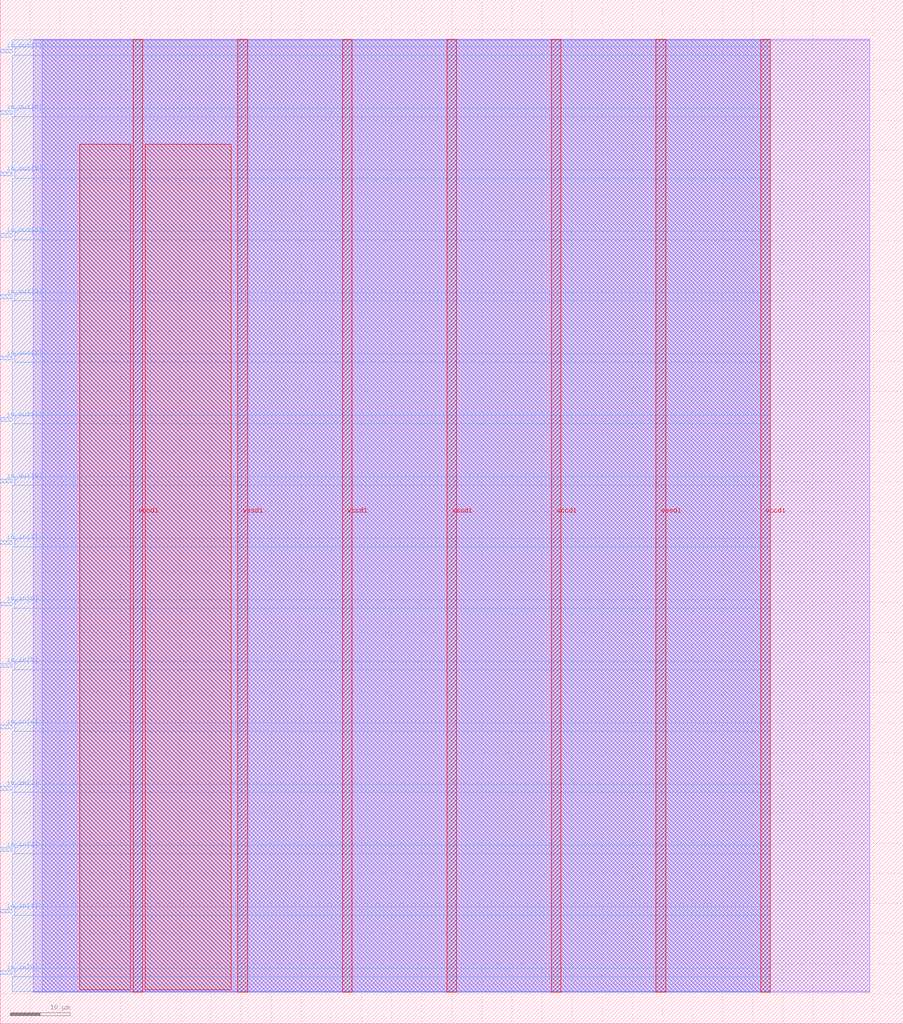
<source format=lef>
VERSION 5.7 ;
  NOWIREEXTENSIONATPIN ON ;
  DIVIDERCHAR "/" ;
  BUSBITCHARS "[]" ;
MACRO afoote_w5s8_tt02_top
  CLASS BLOCK ;
  FOREIGN afoote_w5s8_tt02_top ;
  ORIGIN 0.000 0.000 ;
  SIZE 150.000 BY 170.000 ;
  PIN io_in[0]
    DIRECTION INPUT ;
    USE SIGNAL ;
    PORT
      LAYER met3 ;
        RECT 0.000 8.200 2.000 8.800 ;
    END
  END io_in[0]
  PIN io_in[1]
    DIRECTION INPUT ;
    USE SIGNAL ;
    PORT
      LAYER met3 ;
        RECT 0.000 18.400 2.000 19.000 ;
    END
  END io_in[1]
  PIN io_in[2]
    DIRECTION INPUT ;
    USE SIGNAL ;
    PORT
      LAYER met3 ;
        RECT 0.000 28.600 2.000 29.200 ;
    END
  END io_in[2]
  PIN io_in[3]
    DIRECTION INPUT ;
    USE SIGNAL ;
    PORT
      LAYER met3 ;
        RECT 0.000 38.800 2.000 39.400 ;
    END
  END io_in[3]
  PIN io_in[4]
    DIRECTION INPUT ;
    USE SIGNAL ;
    PORT
      LAYER met3 ;
        RECT 0.000 49.000 2.000 49.600 ;
    END
  END io_in[4]
  PIN io_in[5]
    DIRECTION INPUT ;
    USE SIGNAL ;
    PORT
      LAYER met3 ;
        RECT 0.000 59.200 2.000 59.800 ;
    END
  END io_in[5]
  PIN io_in[6]
    DIRECTION INPUT ;
    USE SIGNAL ;
    PORT
      LAYER met3 ;
        RECT 0.000 69.400 2.000 70.000 ;
    END
  END io_in[6]
  PIN io_in[7]
    DIRECTION INPUT ;
    USE SIGNAL ;
    PORT
      LAYER met3 ;
        RECT 0.000 79.600 2.000 80.200 ;
    END
  END io_in[7]
  PIN io_out[0]
    DIRECTION OUTPUT TRISTATE ;
    USE SIGNAL ;
    PORT
      LAYER met3 ;
        RECT 0.000 89.800 2.000 90.400 ;
    END
  END io_out[0]
  PIN io_out[1]
    DIRECTION OUTPUT TRISTATE ;
    USE SIGNAL ;
    PORT
      LAYER met3 ;
        RECT 0.000 100.000 2.000 100.600 ;
    END
  END io_out[1]
  PIN io_out[2]
    DIRECTION OUTPUT TRISTATE ;
    USE SIGNAL ;
    PORT
      LAYER met3 ;
        RECT 0.000 110.200 2.000 110.800 ;
    END
  END io_out[2]
  PIN io_out[3]
    DIRECTION OUTPUT TRISTATE ;
    USE SIGNAL ;
    PORT
      LAYER met3 ;
        RECT 0.000 120.400 2.000 121.000 ;
    END
  END io_out[3]
  PIN io_out[4]
    DIRECTION OUTPUT TRISTATE ;
    USE SIGNAL ;
    PORT
      LAYER met3 ;
        RECT 0.000 130.600 2.000 131.200 ;
    END
  END io_out[4]
  PIN io_out[5]
    DIRECTION OUTPUT TRISTATE ;
    USE SIGNAL ;
    PORT
      LAYER met3 ;
        RECT 0.000 140.800 2.000 141.400 ;
    END
  END io_out[5]
  PIN io_out[6]
    DIRECTION OUTPUT TRISTATE ;
    USE SIGNAL ;
    PORT
      LAYER met3 ;
        RECT 0.000 151.000 2.000 151.600 ;
    END
  END io_out[6]
  PIN io_out[7]
    DIRECTION OUTPUT TRISTATE ;
    USE SIGNAL ;
    PORT
      LAYER met3 ;
        RECT 0.000 161.200 2.000 161.800 ;
    END
  END io_out[7]
  PIN vccd1
    DIRECTION INOUT ;
    USE POWER ;
    PORT
      LAYER met4 ;
        RECT 22.090 5.200 23.690 163.440 ;
    END
    PORT
      LAYER met4 ;
        RECT 56.830 5.200 58.430 163.440 ;
    END
    PORT
      LAYER met4 ;
        RECT 91.570 5.200 93.170 163.440 ;
    END
    PORT
      LAYER met4 ;
        RECT 126.310 5.200 127.910 163.440 ;
    END
  END vccd1
  PIN vssd1
    DIRECTION INOUT ;
    USE GROUND ;
    PORT
      LAYER met4 ;
        RECT 39.460 5.200 41.060 163.440 ;
    END
    PORT
      LAYER met4 ;
        RECT 74.200 5.200 75.800 163.440 ;
    END
    PORT
      LAYER met4 ;
        RECT 108.940 5.200 110.540 163.440 ;
    END
  END vssd1
  OBS
      LAYER li1 ;
        RECT 5.520 5.355 144.440 163.285 ;
      LAYER met1 ;
        RECT 5.520 5.200 144.440 163.440 ;
      LAYER met2 ;
        RECT 6.990 5.255 127.880 163.385 ;
      LAYER met3 ;
        RECT 2.000 162.200 127.900 163.365 ;
        RECT 2.400 160.800 127.900 162.200 ;
        RECT 2.000 152.000 127.900 160.800 ;
        RECT 2.400 150.600 127.900 152.000 ;
        RECT 2.000 141.800 127.900 150.600 ;
        RECT 2.400 140.400 127.900 141.800 ;
        RECT 2.000 131.600 127.900 140.400 ;
        RECT 2.400 130.200 127.900 131.600 ;
        RECT 2.000 121.400 127.900 130.200 ;
        RECT 2.400 120.000 127.900 121.400 ;
        RECT 2.000 111.200 127.900 120.000 ;
        RECT 2.400 109.800 127.900 111.200 ;
        RECT 2.000 101.000 127.900 109.800 ;
        RECT 2.400 99.600 127.900 101.000 ;
        RECT 2.000 90.800 127.900 99.600 ;
        RECT 2.400 89.400 127.900 90.800 ;
        RECT 2.000 80.600 127.900 89.400 ;
        RECT 2.400 79.200 127.900 80.600 ;
        RECT 2.000 70.400 127.900 79.200 ;
        RECT 2.400 69.000 127.900 70.400 ;
        RECT 2.000 60.200 127.900 69.000 ;
        RECT 2.400 58.800 127.900 60.200 ;
        RECT 2.000 50.000 127.900 58.800 ;
        RECT 2.400 48.600 127.900 50.000 ;
        RECT 2.000 39.800 127.900 48.600 ;
        RECT 2.400 38.400 127.900 39.800 ;
        RECT 2.000 29.600 127.900 38.400 ;
        RECT 2.400 28.200 127.900 29.600 ;
        RECT 2.000 19.400 127.900 28.200 ;
        RECT 2.400 18.000 127.900 19.400 ;
        RECT 2.000 9.200 127.900 18.000 ;
        RECT 2.400 7.800 127.900 9.200 ;
        RECT 2.000 5.275 127.900 7.800 ;
      LAYER met4 ;
        RECT 13.175 5.615 21.690 146.025 ;
        RECT 24.090 5.615 38.345 146.025 ;
  END
END afoote_w5s8_tt02_top
END LIBRARY


</source>
